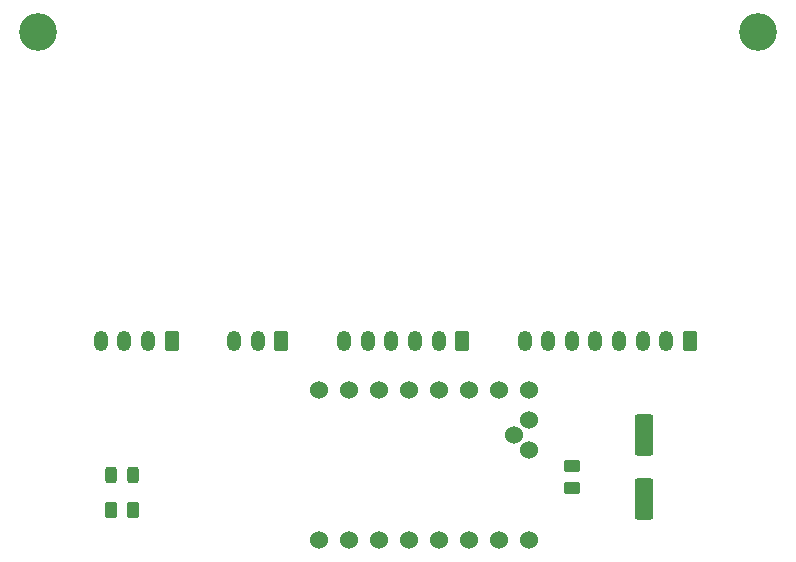
<source format=gbr>
%TF.GenerationSoftware,KiCad,Pcbnew,9.0.7*%
%TF.CreationDate,2026-02-21T16:48:54+00:00*%
%TF.ProjectId,z-axis-addon,7a2d6178-6973-42d6-9164-646f6e2e6b69,A*%
%TF.SameCoordinates,Original*%
%TF.FileFunction,Soldermask,Top*%
%TF.FilePolarity,Negative*%
%FSLAX46Y46*%
G04 Gerber Fmt 4.6, Leading zero omitted, Abs format (unit mm)*
G04 Created by KiCad (PCBNEW 9.0.7) date 2026-02-21 16:48:54*
%MOMM*%
%LPD*%
G01*
G04 APERTURE LIST*
G04 Aperture macros list*
%AMRoundRect*
0 Rectangle with rounded corners*
0 $1 Rounding radius*
0 $2 $3 $4 $5 $6 $7 $8 $9 X,Y pos of 4 corners*
0 Add a 4 corners polygon primitive as box body*
4,1,4,$2,$3,$4,$5,$6,$7,$8,$9,$2,$3,0*
0 Add four circle primitives for the rounded corners*
1,1,$1+$1,$2,$3*
1,1,$1+$1,$4,$5*
1,1,$1+$1,$6,$7*
1,1,$1+$1,$8,$9*
0 Add four rect primitives between the rounded corners*
20,1,$1+$1,$2,$3,$4,$5,0*
20,1,$1+$1,$4,$5,$6,$7,0*
20,1,$1+$1,$6,$7,$8,$9,0*
20,1,$1+$1,$8,$9,$2,$3,0*%
G04 Aperture macros list end*
%ADD10C,3.200000*%
%ADD11RoundRect,0.250000X-0.262500X-0.450000X0.262500X-0.450000X0.262500X0.450000X-0.262500X0.450000X0*%
%ADD12RoundRect,0.243750X-0.243750X-0.456250X0.243750X-0.456250X0.243750X0.456250X-0.243750X0.456250X0*%
%ADD13RoundRect,0.250000X0.350000X0.625000X-0.350000X0.625000X-0.350000X-0.625000X0.350000X-0.625000X0*%
%ADD14O,1.200000X1.750000*%
%ADD15RoundRect,0.250000X0.550000X-1.500000X0.550000X1.500000X-0.550000X1.500000X-0.550000X-1.500000X0*%
%ADD16C,1.524000*%
%ADD17RoundRect,0.250000X0.450000X-0.262500X0.450000X0.262500X-0.450000X0.262500X-0.450000X-0.262500X0*%
G04 APERTURE END LIST*
D10*
%TO.C,H4*%
X156464000Y-93472000D03*
%TD*%
%TO.C,H3*%
X217424000Y-93472000D03*
%TD*%
D11*
%TO.C,R2*%
X162672000Y-133932000D03*
X164497000Y-133932000D03*
%TD*%
D12*
%TO.C,D1*%
X162687000Y-130937000D03*
X164562000Y-130937000D03*
%TD*%
D13*
%TO.C,J2*%
X211676000Y-119634000D03*
D14*
X209676000Y-119634000D03*
X207676000Y-119634000D03*
X205676000Y-119634000D03*
X203676000Y-119634000D03*
X201676000Y-119634000D03*
X199676000Y-119634000D03*
X197676000Y-119634000D03*
%TD*%
D15*
%TO.C,C1*%
X207772000Y-127602000D03*
X207772000Y-133002000D03*
%TD*%
D16*
%TO.C,U1*%
X196780400Y-127556600D03*
X198050400Y-128826600D03*
X198050400Y-126286600D03*
X198050400Y-136446600D03*
X195510400Y-136446600D03*
X192970400Y-136446600D03*
X190430400Y-136446600D03*
X187890400Y-136446600D03*
X185350400Y-136446600D03*
X182810400Y-136446600D03*
X180270400Y-136446600D03*
X180270400Y-123746600D03*
X182810400Y-123746600D03*
X185350400Y-123746600D03*
X187890400Y-123746600D03*
X190430400Y-123746600D03*
X192970400Y-123746600D03*
X195510400Y-123746600D03*
X198050400Y-123746600D03*
%TD*%
D13*
%TO.C,J3*%
X177085000Y-119634000D03*
D14*
X175085000Y-119634000D03*
X173085000Y-119634000D03*
%TD*%
D13*
%TO.C,J4*%
X167798000Y-119634000D03*
D14*
X165798000Y-119634000D03*
X163798000Y-119634000D03*
X161798000Y-119634000D03*
%TD*%
D17*
%TO.C,R1*%
X201676000Y-132080000D03*
X201676000Y-130255000D03*
%TD*%
D13*
%TO.C,J1*%
X192404000Y-119634000D03*
D14*
X190404000Y-119634000D03*
X188404000Y-119634000D03*
X186404000Y-119634000D03*
X184404000Y-119634000D03*
X182404000Y-119634000D03*
%TD*%
M02*

</source>
